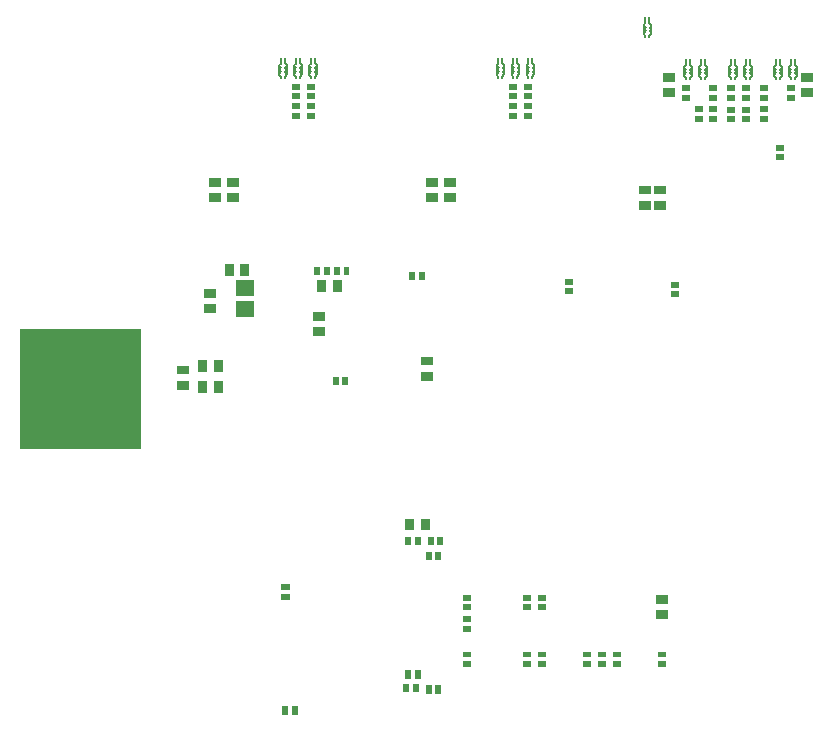
<source format=gbr>
G04 start of page 11 for group -4014 idx -4014 *
G04 Title: (unknown), bottompaste *
G04 Creator: pcb 1.99z *
G04 CreationDate: Sun 16 Nov 2014 06:28:29 AM GMT UTC *
G04 For: commonadmin *
G04 Format: Gerber/RS-274X *
G04 PCB-Dimensions (mil): 3000.00 2500.00 *
G04 PCB-Coordinate-Origin: lower left *
%MOIN*%
%FSLAX25Y25*%
%LNBOTTOMPASTE*%
%ADD146R,0.0060X0.0060*%
%ADD145C,0.0060*%
%ADD144R,0.0512X0.0512*%
%ADD143R,0.4000X0.4000*%
%ADD142R,0.0197X0.0197*%
%ADD141R,0.0295X0.0295*%
G54D141*X60008Y126118D02*X60992D01*
X60008Y121000D02*X60992D01*
X72118Y127992D02*Y127008D01*
X67000Y127992D02*Y127008D01*
X72118Y120992D02*Y120008D01*
X67000Y120992D02*Y120008D01*
G54D142*X114500Y122893D02*Y122107D01*
X111352Y122893D02*Y122107D01*
G54D141*X106634Y154492D02*Y153508D01*
X111752Y154492D02*Y153508D01*
G54D142*X105104Y159493D02*Y158707D01*
X108252Y159493D02*Y158707D01*
X111752Y159493D02*Y158707D01*
X114900Y159493D02*Y158707D01*
G54D141*X105360Y144000D02*X106344D01*
X105360Y138882D02*X106344D01*
X141360Y124000D02*X142344D01*
X141360Y129118D02*X142344D01*
G54D142*X136852Y157893D02*Y157107D01*
X140000Y157893D02*Y157107D01*
G54D143*X26000Y119828D02*X26500D01*
G54D141*X75882Y159992D02*Y159008D01*
X81000Y159992D02*Y159008D01*
X68808Y146500D02*X69792D01*
X68808Y151618D02*X69792D01*
G54D142*X188607Y152352D02*X189393D01*
X188607Y155500D02*X189393D01*
X224107Y151352D02*X224893D01*
X224107Y154500D02*X224893D01*
G54D141*X136016Y75114D02*Y74130D01*
X141134Y75114D02*Y74130D01*
G54D142*X219623Y28122D02*X220409D01*
X219623Y31270D02*X220409D01*
G54D141*X219524Y44504D02*X220508D01*
X219524Y49622D02*X220508D01*
G54D142*X179623Y46974D02*X180409D01*
X179623Y50122D02*X180409D01*
X174623Y46974D02*X175409D01*
X174623Y50122D02*X175409D01*
X154623Y42974D02*X155409D01*
X154623Y39826D02*X155409D01*
X154623Y50122D02*X155409D01*
X154623Y46974D02*X155409D01*
X199623Y28122D02*X200409D01*
X199623Y31270D02*X200409D01*
X194623Y28122D02*X195409D01*
X194623Y31270D02*X195409D01*
X154623Y28122D02*X155409D01*
X154623Y31270D02*X155409D01*
X174623Y28122D02*X175409D01*
X174623Y31270D02*X175409D01*
X179623Y28122D02*X180409D01*
X179623Y31270D02*X180409D01*
X204623D02*X205409D01*
X204623Y28122D02*X205409D01*
X146164Y69515D02*Y68729D01*
X143016Y69515D02*Y68729D01*
X134868Y20515D02*Y19729D01*
X138016Y20515D02*Y19729D01*
X135516Y25015D02*Y24229D01*
X138664Y25015D02*Y24229D01*
X145516Y20015D02*Y19229D01*
X142368Y20015D02*Y19229D01*
X135516Y69515D02*Y68729D01*
X138664Y69515D02*Y68729D01*
X145516Y64515D02*Y63729D01*
X142368Y64515D02*Y63729D01*
X94123Y50474D02*X94909D01*
X94123Y53622D02*X94909D01*
X97664Y13015D02*Y12229D01*
X94516Y13015D02*Y12229D01*
G54D144*X80607Y146400D02*X81393D01*
X80607Y153486D02*X81393D01*
G54D141*X70508Y183500D02*X71492D01*
X70508Y188618D02*X71492D01*
X76508Y183500D02*X77492D01*
X76508Y188618D02*X77492D01*
G54D142*X97607Y217352D02*X98393D01*
X97607Y220500D02*X98393D01*
X97607Y210852D02*X98393D01*
X97607Y214000D02*X98393D01*
X102607Y217352D02*X103393D01*
X102607Y220500D02*X103393D01*
X102607Y210852D02*X103393D01*
X102607Y214000D02*X103393D01*
G54D145*X95000Y227600D02*Y224600D01*
X94300Y223900D02*X95000Y224600D01*
X94300Y228300D02*X95000Y227600D01*
G54D146*X94300Y229800D02*Y228300D01*
Y223900D02*Y223400D01*
G54D145*X94400Y226700D02*X95000Y227300D01*
X94400Y226700D02*X95000Y226100D01*
X94400Y225500D02*X95000Y224900D01*
X94400Y225500D02*X95000Y226100D01*
X92400Y227600D02*Y224500D01*
X93000Y223900D01*
X92400Y227600D02*X93000Y228200D01*
G54D146*Y229800D02*Y228200D01*
Y223900D02*Y223400D01*
G54D145*X92400Y227400D02*X93100Y226700D01*
X92400Y227600D02*Y227400D01*
Y226000D02*X93100Y226700D01*
X92400Y226200D02*X93100Y225500D01*
X92400Y224800D02*X93100Y225500D01*
X100000Y227600D02*Y224600D01*
X99300Y223900D02*X100000Y224600D01*
X99300Y228300D02*X100000Y227600D01*
G54D146*X99300Y229800D02*Y228300D01*
Y223900D02*Y223400D01*
G54D145*X99400Y226700D02*X100000Y227300D01*
X99400Y226700D02*X100000Y226100D01*
X99400Y225500D02*X100000Y224900D01*
X99400Y225500D02*X100000Y226100D01*
X97400Y227600D02*Y224500D01*
X98000Y223900D01*
X97400Y227600D02*X98000Y228200D01*
G54D146*Y229800D02*Y228200D01*
Y223900D02*Y223400D01*
G54D145*X97400Y227400D02*X98100Y226700D01*
X97400Y227600D02*Y227400D01*
Y226000D02*X98100Y226700D01*
X97400Y226200D02*X98100Y225500D01*
X97400Y224800D02*X98100Y225500D01*
X105000Y227600D02*Y224600D01*
X104300Y223900D02*X105000Y224600D01*
X104300Y228300D02*X105000Y227600D01*
G54D146*X104300Y229800D02*Y228300D01*
Y223900D02*Y223400D01*
G54D145*X104400Y226700D02*X105000Y227300D01*
X104400Y226700D02*X105000Y226100D01*
X104400Y225500D02*X105000Y224900D01*
X104400Y225500D02*X105000Y226100D01*
X102400Y227600D02*Y224500D01*
X103000Y223900D01*
X102400Y227600D02*X103000Y228200D01*
G54D146*Y229800D02*Y228200D01*
Y223900D02*Y223400D01*
G54D145*X102400Y227400D02*X103100Y226700D01*
X102400Y227600D02*Y227400D01*
Y226000D02*X103100Y226700D01*
X102400Y226200D02*X103100Y225500D01*
X102400Y224800D02*X103100Y225500D01*
G54D141*X143008Y183500D02*X143992D01*
X143008Y188618D02*X143992D01*
X149008Y183500D02*X149992D01*
X149008Y188618D02*X149992D01*
G54D142*X170107Y217352D02*X170893D01*
X170107Y220500D02*X170893D01*
X170107Y210852D02*X170893D01*
X170107Y214000D02*X170893D01*
X175107Y217352D02*X175893D01*
X175107Y220500D02*X175893D01*
X175107Y210852D02*X175893D01*
X175107Y214000D02*X175893D01*
G54D145*X167500Y227600D02*Y224600D01*
X166800Y223900D02*X167500Y224600D01*
X166800Y228300D02*X167500Y227600D01*
G54D146*X166800Y229800D02*Y228300D01*
Y223900D02*Y223400D01*
G54D145*X166900Y226700D02*X167500Y227300D01*
X166900Y226700D02*X167500Y226100D01*
X166900Y225500D02*X167500Y224900D01*
X166900Y225500D02*X167500Y226100D01*
X164900Y227600D02*Y224500D01*
X165500Y223900D01*
X164900Y227600D02*X165500Y228200D01*
G54D146*Y229800D02*Y228200D01*
Y223900D02*Y223400D01*
G54D145*X164900Y227400D02*X165600Y226700D01*
X164900Y227600D02*Y227400D01*
Y226000D02*X165600Y226700D01*
X164900Y226200D02*X165600Y225500D01*
X164900Y224800D02*X165600Y225500D01*
X172500Y227600D02*Y224600D01*
X171800Y223900D02*X172500Y224600D01*
X171800Y228300D02*X172500Y227600D01*
G54D146*X171800Y229800D02*Y228300D01*
Y223900D02*Y223400D01*
G54D145*X171900Y226700D02*X172500Y227300D01*
X171900Y226700D02*X172500Y226100D01*
X171900Y225500D02*X172500Y224900D01*
X171900Y225500D02*X172500Y226100D01*
X169900Y227600D02*Y224500D01*
X170500Y223900D01*
X169900Y227600D02*X170500Y228200D01*
G54D146*Y229800D02*Y228200D01*
Y223900D02*Y223400D01*
G54D145*X169900Y227400D02*X170600Y226700D01*
X169900Y227600D02*Y227400D01*
Y226000D02*X170600Y226700D01*
X169900Y226200D02*X170600Y225500D01*
X169900Y224800D02*X170600Y225500D01*
X177500Y227600D02*Y224600D01*
X176800Y223900D02*X177500Y224600D01*
X176800Y228300D02*X177500Y227600D01*
G54D146*X176800Y229800D02*Y228300D01*
Y223900D02*Y223400D01*
G54D145*X176900Y226700D02*X177500Y227300D01*
X176900Y226700D02*X177500Y226100D01*
X176900Y225500D02*X177500Y224900D01*
X176900Y225500D02*X177500Y226100D01*
X174900Y227600D02*Y224500D01*
X175500Y223900D01*
X174900Y227600D02*X175500Y228200D01*
G54D146*Y229800D02*Y228200D01*
Y223900D02*Y223400D01*
G54D145*X174900Y227400D02*X175600Y226700D01*
X174900Y227600D02*Y227400D01*
Y226000D02*X175600Y226700D01*
X174900Y226200D02*X175600Y225500D01*
X174900Y224800D02*X175600Y225500D01*
G54D142*X262607Y216852D02*X263393D01*
X262607Y220000D02*X263393D01*
G54D141*X268008Y223618D02*X268992D01*
X268008Y218500D02*X268992D01*
X222008Y223618D02*X222992D01*
X222008Y218500D02*X222992D01*
G54D142*X227607Y216852D02*X228393D01*
X227607Y220000D02*X228393D01*
X253607Y209852D02*X254393D01*
X253607Y213000D02*X254393D01*
X253607Y216852D02*X254393D01*
X253607Y220000D02*X254393D01*
X236607Y209852D02*X237393D01*
X236607Y213000D02*X237393D01*
X236607Y216852D02*X237393D01*
X236607Y220000D02*X237393D01*
X247607Y209704D02*X248393D01*
X247607Y212852D02*X248393D01*
X247607Y216852D02*X248393D01*
X247607Y220000D02*X248393D01*
X242607Y209704D02*X243393D01*
X242607Y212852D02*X243393D01*
X242607Y216852D02*X243393D01*
X242607Y220000D02*X243393D01*
G54D145*X235000Y227100D02*Y224100D01*
X234300Y223400D02*X235000Y224100D01*
X234300Y227800D02*X235000Y227100D01*
G54D146*X234300Y229300D02*Y227800D01*
Y223400D02*Y222900D01*
G54D145*X234400Y226200D02*X235000Y226800D01*
X234400Y226200D02*X235000Y225600D01*
X234400Y225000D02*X235000Y224400D01*
X234400Y225000D02*X235000Y225600D01*
X232400Y227100D02*Y224000D01*
X233000Y223400D01*
X232400Y227100D02*X233000Y227700D01*
G54D146*Y229300D02*Y227700D01*
Y223400D02*Y222900D01*
G54D145*X232400Y226900D02*X233100Y226200D01*
X232400Y227100D02*Y226900D01*
Y225500D02*X233100Y226200D01*
X232400Y225700D02*X233100Y225000D01*
X232400Y224300D02*X233100Y225000D01*
X230000Y227100D02*Y224100D01*
X229300Y223400D02*X230000Y224100D01*
X229300Y227800D02*X230000Y227100D01*
G54D146*X229300Y229300D02*Y227800D01*
Y223400D02*Y222900D01*
G54D145*X229400Y226200D02*X230000Y226800D01*
X229400Y226200D02*X230000Y225600D01*
X229400Y225000D02*X230000Y224400D01*
X229400Y225000D02*X230000Y225600D01*
X227400Y227100D02*Y224000D01*
X228000Y223400D01*
X227400Y227100D02*X228000Y227700D01*
G54D146*Y229300D02*Y227700D01*
Y223400D02*Y222900D01*
G54D145*X227400Y226900D02*X228100Y226200D01*
X227400Y227100D02*Y226900D01*
Y225500D02*X228100Y226200D01*
X227400Y225700D02*X228100Y225000D01*
X227400Y224300D02*X228100Y225000D01*
X216500Y241100D02*Y238100D01*
X215800Y237400D02*X216500Y238100D01*
X215800Y241800D02*X216500Y241100D01*
G54D146*X215800Y243300D02*Y241800D01*
Y237400D02*Y236900D01*
G54D145*X215900Y240200D02*X216500Y240800D01*
X215900Y240200D02*X216500Y239600D01*
X215900Y239000D02*X216500Y238400D01*
X215900Y239000D02*X216500Y239600D01*
X213900Y241100D02*Y238000D01*
X214500Y237400D01*
X213900Y241100D02*X214500Y241700D01*
G54D146*Y243300D02*Y241700D01*
Y237400D02*Y236900D01*
G54D145*X213900Y240900D02*X214600Y240200D01*
X213900Y241100D02*Y240900D01*
Y239500D02*X214600Y240200D01*
X213900Y239700D02*X214600Y239000D01*
X213900Y238300D02*X214600Y239000D01*
X245000Y227100D02*Y224100D01*
X244300Y223400D02*X245000Y224100D01*
X244300Y227800D02*X245000Y227100D01*
G54D146*X244300Y229300D02*Y227800D01*
Y223400D02*Y222900D01*
G54D145*X244400Y226200D02*X245000Y226800D01*
X244400Y226200D02*X245000Y225600D01*
X244400Y225000D02*X245000Y224400D01*
X244400Y225000D02*X245000Y225600D01*
X242400Y227100D02*Y224000D01*
X243000Y223400D01*
X242400Y227100D02*X243000Y227700D01*
G54D146*Y229300D02*Y227700D01*
Y223400D02*Y222900D01*
G54D145*X242400Y226900D02*X243100Y226200D01*
X242400Y227100D02*Y226900D01*
Y225500D02*X243100Y226200D01*
X242400Y225700D02*X243100Y225000D01*
X242400Y224300D02*X243100Y225000D01*
X250000Y227100D02*Y224100D01*
X249300Y223400D02*X250000Y224100D01*
X249300Y227800D02*X250000Y227100D01*
G54D146*X249300Y229300D02*Y227800D01*
Y223400D02*Y222900D01*
G54D145*X249400Y226200D02*X250000Y226800D01*
X249400Y226200D02*X250000Y225600D01*
X249400Y225000D02*X250000Y224400D01*
X249400Y225000D02*X250000Y225600D01*
X247400Y227100D02*Y224000D01*
X248000Y223400D01*
X247400Y227100D02*X248000Y227700D01*
G54D146*Y229300D02*Y227700D01*
Y223400D02*Y222900D01*
G54D145*X247400Y226900D02*X248100Y226200D01*
X247400Y227100D02*Y226900D01*
Y225500D02*X248100Y226200D01*
X247400Y225700D02*X248100Y225000D01*
X247400Y224300D02*X248100Y225000D01*
X260000Y227100D02*Y224100D01*
X259300Y223400D02*X260000Y224100D01*
X259300Y227800D02*X260000Y227100D01*
G54D146*X259300Y229300D02*Y227800D01*
Y223400D02*Y222900D01*
G54D145*X259400Y226200D02*X260000Y226800D01*
X259400Y226200D02*X260000Y225600D01*
X259400Y225000D02*X260000Y224400D01*
X259400Y225000D02*X260000Y225600D01*
X257400Y227100D02*Y224000D01*
X258000Y223400D01*
X257400Y227100D02*X258000Y227700D01*
G54D146*Y229300D02*Y227700D01*
Y223400D02*Y222900D01*
G54D145*X257400Y226900D02*X258100Y226200D01*
X257400Y227100D02*Y226900D01*
Y225500D02*X258100Y226200D01*
X257400Y225700D02*X258100Y225000D01*
X257400Y224300D02*X258100Y225000D01*
G54D141*X214008Y180982D02*X214992D01*
X214008Y186100D02*X214992D01*
X219008Y180982D02*X219992D01*
X219008Y186100D02*X219992D01*
G54D142*X232107Y213000D02*X232893D01*
X232107Y209852D02*X232893D01*
X259064Y200191D02*X259850D01*
X259064Y197043D02*X259850D01*
G54D145*X265000Y227100D02*Y224100D01*
X264300Y223400D02*X265000Y224100D01*
X264300Y227800D02*X265000Y227100D01*
G54D146*X264300Y229300D02*Y227800D01*
Y223400D02*Y222900D01*
G54D145*X264400Y226200D02*X265000Y226800D01*
X264400Y226200D02*X265000Y225600D01*
X264400Y225000D02*X265000Y224400D01*
X264400Y225000D02*X265000Y225600D01*
X262400Y227100D02*Y224000D01*
X263000Y223400D01*
X262400Y227100D02*X263000Y227700D01*
G54D146*Y229300D02*Y227700D01*
Y223400D02*Y222900D01*
G54D145*X262400Y226900D02*X263100Y226200D01*
X262400Y227100D02*Y226900D01*
Y225500D02*X263100Y226200D01*
X262400Y225700D02*X263100Y225000D01*
X262400Y224300D02*X263100Y225000D01*
M02*

</source>
